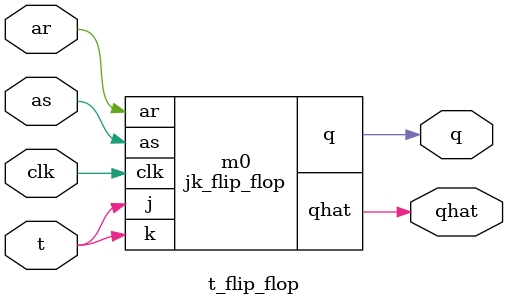
<source format=v>
`timescale 1ns / 1ps

module clocked_sr_latch(input r, input s, input clk, input ar, input as, output q, output qhat);
    wire g;
    assign g = ar ^ as;
    
    assign q = ~((g & ar | ~g & r & clk) | qhat);
    assign qhat = ~((g & as | ~g & s & clk) | q);
endmodule

module d_latch(input d, input clk, input ar, input as, output q, output qhat);
    clocked_sr_latch m0(.r(~d), .s(d), .clk(clk), .ar(ar), .as(as), .q(q), .qhat(qhat));
endmodule

module d_flip_flop(input d, input clk, input ar, input as, output q, output qhat);
    wire g;
    d_latch master(.d(d), .clk(~clk), .ar(0), .as(0), .q(g));
    d_latch slave(.d(g), .clk(clk), .ar(ar), .as(as), .q(q), .qhat(qhat));
endmodule

module jk_flip_flop(input j, input k, input clk, input ar, input as, output q, output qhat);
    d_flip_flop m0(.d(j & qhat | ~k & q), .clk(clk), .ar(ar), .as(as), .q(q), .qhat(qhat));
endmodule

module t_flip_flop(input t, input clk, input ar, input as, output q, output qhat);
    jk_flip_flop m0(.j(t), .k(t), .clk(clk), .ar(ar), .as(as), .q(q), .qhat(qhat));
endmodule


</source>
